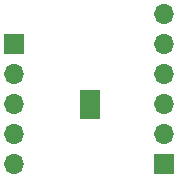
<source format=gbr>
%TF.GenerationSoftware,KiCad,Pcbnew,5.1.7-a382d34a8~87~ubuntu20.04.1*%
%TF.CreationDate,2020-11-06T18:30:14+02:00*%
%TF.ProjectId,BRK-VSON-10-1EP-3x3-P0.5-EP1.65x2.4,42524b2d-5653-44f4-9e2d-31302d314550,v1.0*%
%TF.SameCoordinates,Original*%
%TF.FileFunction,Soldermask,Bot*%
%TF.FilePolarity,Negative*%
%FSLAX46Y46*%
G04 Gerber Fmt 4.6, Leading zero omitted, Abs format (unit mm)*
G04 Created by KiCad (PCBNEW 5.1.7-a382d34a8~87~ubuntu20.04.1) date 2020-11-06 18:30:14*
%MOMM*%
%LPD*%
G01*
G04 APERTURE LIST*
%ADD10C,0.100000*%
%ADD11O,1.700000X1.700000*%
%ADD12R,1.700000X1.700000*%
G04 APERTURE END LIST*
D10*
G36*
X100825000Y-101200000D02*
G01*
X99175000Y-101200000D01*
X99175000Y-98800000D01*
X100825000Y-98800000D01*
X100825000Y-101200000D01*
G37*
X100825000Y-101200000D02*
X99175000Y-101200000D01*
X99175000Y-98800000D01*
X100825000Y-98800000D01*
X100825000Y-101200000D01*
D11*
%TO.C,J2*%
X106350000Y-92380000D03*
X106350000Y-94920000D03*
X106350000Y-97460000D03*
X106350000Y-100000000D03*
X106350000Y-102540000D03*
D12*
X106350000Y-105080000D03*
%TD*%
D11*
%TO.C,J1*%
X93650000Y-105080000D03*
X93650000Y-102540000D03*
X93650000Y-100000000D03*
X93650000Y-97460000D03*
D12*
X93650000Y-94920000D03*
%TD*%
M02*

</source>
